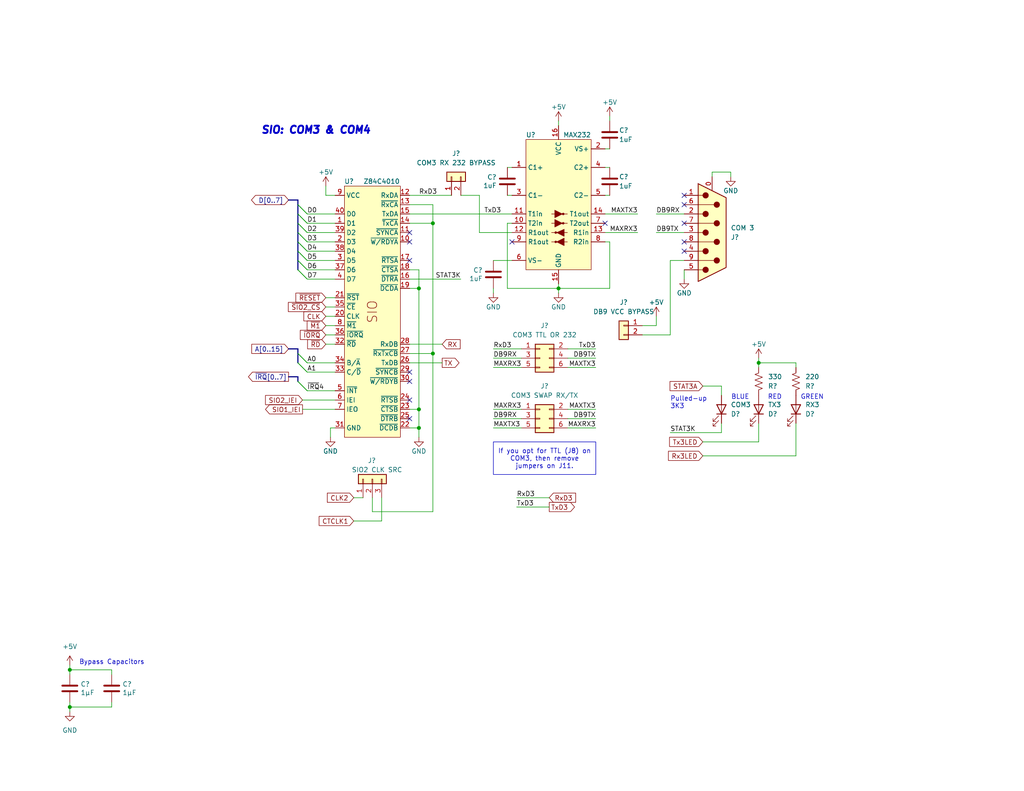
<source format=kicad_sch>
(kicad_sch (version 20230121) (generator eeschema)
  (paper "USLetter")
  (title_block (date "2023-08-27") (rev "2") (company "Frédéric Segard") (comment 1 "@microhobbyist") (comment 4 "Thank you to John Winans for his inspiration, as well as Grant Searle and Sergey Kiselev"))
  (lib_symbols
    (symbol "+5V_1" (power) (pin_names (offset 0))
      (property "Value" "+5V_1" (at 0 3.556 0))
      (symbol "+5V_1_0_1"
        (polyline (pts (xy -0.762 1.27) (xy 0 2.54)))
        (polyline (pts (xy 0 0) (xy 0 2.54)))
        (polyline (pts (xy 0 2.54) (xy 0.762 1.27)))
      )
      (symbol "+5V_1_1_1"
        (pin power_in line (at 0 0 90) (length 0) hide (name "+5V") (number "1"))
      )
    )
    (symbol "0_Library:MAX232"
      (property "Reference" "U" (at -7.62 0 0))
      (property "Value" "MAX232" (at 1.27 0 0))
      (symbol "MAX232_0_1"
        (rectangle (start -8.89 -1.27) (end 8.89 -36.83) (stroke (width 0.1524)) (fill (type background)))
        (circle (center -0.762 -29.21) (radius 0.254) (stroke (width 0.1524)) (fill (type outline)))
        (circle (center -0.762 -26.67) (radius 0.254) (stroke (width 0.1524)) (fill (type outline)))
        (polyline (pts (xy -1.016 -24.13) (xy -1.905 -24.13)) (stroke (width 0.1524)))
        (polyline (pts (xy -1.016 -21.59) (xy -1.905 -21.59)) (stroke (width 0.1524)))
        (polyline (pts (xy -0.508 -29.21) (xy -1.905 -29.21)) (stroke (width 0.1524)))
        (polyline (pts (xy -0.508 -26.67) (xy -1.905 -26.67)) (stroke (width 0.1524)))
        (polyline (pts (xy 1.016 -24.13) (xy 2.413 -24.13)) (stroke (width 0.1524)))
        (polyline (pts (xy 1.016 -21.59) (xy 2.413 -21.59)) (stroke (width 0.1524)))
        (polyline (pts (xy 1.524 -29.21) (xy 2.413 -29.21)) (stroke (width 0.1524)))
        (polyline (pts (xy 1.524 -26.67) (xy 2.413 -26.67)) (stroke (width 0.1524)))
        (polyline (pts (xy -1.016 -23.114) (xy 1.016 -24.13) (xy -1.016 -25.146) (xy -1.016 -23.114)) (stroke (width 0.1524)) (fill (type outline)))
        (polyline (pts (xy -1.016 -20.574) (xy -1.016 -22.606) (xy 1.016 -21.59) (xy -1.016 -20.574)) (stroke (width 0.1524)) (fill (type outline)))
        (polyline (pts (xy 1.524 -28.194) (xy 1.524 -30.226) (xy -0.508 -29.21) (xy 1.524 -28.194)) (stroke (width 0.1524)) (fill (type outline)))
        (polyline (pts (xy 1.524 -25.781) (xy 1.524 -27.686) (xy -0.508 -26.67) (xy 1.524 -25.781)) (stroke (width 0.1524)) (fill (type outline)))
        (circle (center 1.27 -24.13) (radius 0.254) (stroke (width 0.1524)) (fill (type outline)))
        (circle (center 1.27 -21.59) (radius 0.254) (stroke (width 0.1524)) (fill (type outline)))
      )
      (symbol "MAX232_1_1"
        (pin passive line (at -12.7 -8.89 0) (length 3.81) (name "C1+") (number "1"))
        (pin input line (at -12.7 -24.13 0) (length 3.81) (name "T2in") (number "10"))
        (pin input line (at -12.7 -21.59 0) (length 3.81) (name "T1in") (number "11"))
        (pin output line (at -12.7 -26.67 0) (length 3.81) (name "R1out") (number "12"))
        (pin input line (at 12.7 -26.67 180) (length 3.81) (name "R1in") (number "13"))
        (pin output line (at 12.7 -21.59 180) (length 3.81) (name "T1out") (number "14"))
        (pin power_in line (at 0 -40.64 90) (length 3.81) (name "GND") (number "15"))
        (pin power_in line (at 0 2.54 270) (length 3.81) (name "VCC") (number "16"))
        (pin power_out line (at 12.7 -3.81 180) (length 3.81) (name "VS+") (number "2"))
        (pin passive line (at -12.7 -16.51 0) (length 3.81) (name "C1-") (number "3"))
        (pin passive line (at 12.7 -8.89 180) (length 3.81) (name "C2+") (number "4"))
        (pin passive line (at 12.7 -16.51 180) (length 3.81) (name "C2-") (number "5"))
        (pin power_out line (at -12.7 -34.29 0) (length 3.81) (name "VS-") (number "6"))
        (pin output line (at 12.7 -24.13 180) (length 3.81) (name "T2out") (number "7"))
        (pin input line (at 12.7 -29.21 180) (length 3.81) (name "R2in") (number "8"))
        (pin output line (at -12.7 -29.21 0) (length 3.81) (name "R1out") (number "9"))
      )
    )
    (symbol "0_Library:Z84C40xx SIO"
      (property "Reference" "U" (at -7.62 1.27 0))
      (property "Value" "Z84C40xx SIO" (at 1.27 1.27 0))
      (symbol "Z84C40xx SIO_0_0"
        (text "SIO" (at 0 -34.29 900) (effects (font (size 2.54 2.54))))
      )
      (symbol "Z84C40xx SIO_0_1"
        (rectangle (start -7.62 0) (end 7.62 -68.58) (stroke (width 0.1524)) (fill (type background)))
      )
      (symbol "Z84C40xx SIO_1_1"
        (pin bidirectional line (at -10.16 -10.16 0) (length 2.54) (name "D1") (number "1"))
        (pin output line (at 10.16 -15.24 180) (length 2.54) (name "~{W/RDYA}") (number "10"))
        (pin bidirectional line (at 10.16 -12.7 180) (length 2.54) (name "~{SYNCA}") (number "11"))
        (pin input line (at 10.16 -2.54 180) (length 2.54) (name "RxDA") (number "12"))
        (pin input line (at 10.16 -5.08 180) (length 2.54) (name "~{RxCA}") (number "13"))
        (pin input line (at 10.16 -10.16 180) (length 2.54) (name "~{TxCA}") (number "14"))
        (pin output line (at 10.16 -7.62 180) (length 2.54) (name "TxDA") (number "15"))
        (pin output line (at 10.16 -25.4 180) (length 2.54) (name "~{DTRA}") (number "16"))
        (pin output line (at 10.16 -20.32 180) (length 2.54) (name "~{RTSA}") (number "17"))
        (pin input line (at 10.16 -22.86 180) (length 2.54) (name "~{CTSA}") (number "18"))
        (pin input line (at 10.16 -27.94 180) (length 2.54) (name "~{DCDA}") (number "19"))
        (pin bidirectional line (at -10.16 -15.24 0) (length 2.54) (name "D3") (number "2"))
        (pin input line (at -10.16 -35.56 0) (length 2.54) (name "CLK") (number "20"))
        (pin input line (at -10.16 -30.48 0) (length 2.54) (name "~{RST}") (number "21"))
        (pin input line (at 10.16 -66.04 180) (length 2.54) (name "~{DCDB}") (number "22"))
        (pin input line (at 10.16 -60.96 180) (length 2.54) (name "~{CTSB}") (number "23"))
        (pin output line (at 10.16 -58.42 180) (length 2.54) (name "~{RTSB}") (number "24"))
        (pin output line (at 10.16 -63.5 180) (length 2.54) (name "~{DTRB}") (number "25"))
        (pin output line (at 10.16 -48.26 180) (length 2.54) (name "TxDB") (number "26"))
        (pin input line (at 10.16 -45.72 180) (length 2.54) (name "~{RxTxCB}") (number "27"))
        (pin input line (at 10.16 -43.18 180) (length 2.54) (name "RxDB") (number "28"))
        (pin bidirectional line (at 10.16 -50.8 180) (length 2.54) (name "~{SYNCB}") (number "29"))
        (pin bidirectional line (at -10.16 -20.32 0) (length 2.54) (name "D5") (number "3"))
        (pin output line (at 10.16 -53.34 180) (length 2.54) (name "~{W/RDYB}") (number "30"))
        (pin power_in line (at -10.16 -66.04 0) (length 2.54) (name "GND") (number "31"))
        (pin input line (at -10.16 -43.18 0) (length 2.54) (name "~{RD}") (number "32"))
        (pin input line (at -10.16 -50.8 0) (length 2.54) (name "C/~{D}") (number "33"))
        (pin input line (at -10.16 -48.26 0) (length 2.54) (name "B/~{A}") (number "34"))
        (pin input line (at -10.16 -33.02 0) (length 2.54) (name "~{CE}") (number "35"))
        (pin input line (at -10.16 -40.64 0) (length 2.54) (name "~{IORQ}") (number "36"))
        (pin bidirectional line (at -10.16 -22.86 0) (length 2.54) (name "D6") (number "37"))
        (pin bidirectional line (at -10.16 -17.78 0) (length 2.54) (name "D4") (number "38"))
        (pin bidirectional line (at -10.16 -12.7 0) (length 2.54) (name "D2") (number "39"))
        (pin bidirectional line (at -10.16 -25.4 0) (length 2.54) (name "D7") (number "4"))
        (pin bidirectional line (at -10.16 -7.62 0) (length 2.54) (name "D0") (number "40"))
        (pin open_collector line (at -10.16 -55.88 0) (length 2.54) (name "~{INT}") (number "5"))
        (pin input line (at -10.16 -58.42 0) (length 2.54) (name "IEI") (number "6"))
        (pin output line (at -10.16 -60.96 0) (length 2.54) (name "IEO") (number "7"))
        (pin input line (at -10.16 -38.1 0) (length 2.54) (name "~{M1}") (number "8"))
        (pin power_in line (at -10.16 -2.54 0) (length 2.54) (name "VCC") (number "9"))
      )
    )
    (symbol "Connector:DE9_Plug_MountingHoles" (pin_names (offset 1.016) hide)
      (property "Reference" "J" (at 0 16.51 0))
      (property "Value" "DE9_Plug_MountingHoles" (at 0 14.605 0))
      (symbol "DE9_Plug_MountingHoles_0_1"
        (circle (center -1.778 -10.16) (radius 0.762) (fill (type outline)))
        (circle (center -1.778 -5.08) (radius 0.762) (fill (type outline)))
        (circle (center -1.778 0) (radius 0.762) (fill (type outline)))
        (circle (center -1.778 5.08) (radius 0.762) (fill (type outline)))
        (circle (center -1.778 10.16) (radius 0.762) (fill (type outline)))
        (polyline (pts (xy -3.81 -10.16) (xy -2.54 -10.16)))
        (polyline (pts (xy -3.81 -7.62) (xy 0.508 -7.62)))
        (polyline (pts (xy -3.81 -5.08) (xy -2.54 -5.08)))
        (polyline (pts (xy -3.81 -2.54) (xy 0.508 -2.54)))
        (polyline (pts (xy -3.81 0) (xy -2.54 0)))
        (polyline (pts (xy -3.81 2.54) (xy 0.508 2.54)))
        (polyline (pts (xy -3.81 5.08) (xy -2.54 5.08)))
        (polyline (pts (xy -3.81 7.62) (xy 0.508 7.62)))
        (polyline (pts (xy -3.81 10.16) (xy -2.54 10.16)))
        (polyline (pts (xy -3.81 -13.335) (xy -3.81 13.335) (xy 3.81 9.525) (xy 3.81 -9.525) (xy -3.81 -13.335)) (stroke (width 0.254)) (fill (type background)))
        (circle (center 1.27 -7.62) (radius 0.762) (fill (type outline)))
        (circle (center 1.27 -2.54) (radius 0.762) (fill (type outline)))
        (circle (center 1.27 2.54) (radius 0.762) (fill (type outline)))
        (circle (center 1.27 7.62) (radius 0.762) (fill (type outline)))
      )
      (symbol "DE9_Plug_MountingHoles_1_1"
        (pin passive line (at 0 -15.24 90) (length 3.81) (name "PAD") (number "0"))
        (pin passive line (at -7.62 -10.16 0) (length 3.81) (name "1") (number "1"))
        (pin passive line (at -7.62 -5.08 0) (length 3.81) (name "2") (number "2"))
        (pin passive line (at -7.62 0 0) (length 3.81) (name "3") (number "3"))
        (pin passive line (at -7.62 5.08 0) (length 3.81) (name "4") (number "4"))
        (pin passive line (at -7.62 10.16 0) (length 3.81) (name "5") (number "5"))
        (pin passive line (at -7.62 -7.62 0) (length 3.81) (name "6") (number "6"))
        (pin passive line (at -7.62 -2.54 0) (length 3.81) (name "7") (number "7"))
        (pin passive line (at -7.62 2.54 0) (length 3.81) (name "8") (number "8"))
        (pin passive line (at -7.62 7.62 0) (length 3.81) (name "9") (number "9"))
      )
    )
    (symbol "Connector_Generic:Conn_01x02" (pin_names (offset 1.016) hide)
      (property "Reference" "J" (at 0 2.54 0))
      (property "Value" "Conn_01x02" (at 0 -5.08 0))
      (symbol "Conn_01x02_1_1"
        (rectangle (start -1.27 -2.413) (end 0 -2.667) (stroke (width 0.1524)))
        (rectangle (start -1.27 0.127) (end 0 -0.127) (stroke (width 0.1524)))
        (rectangle (start -1.27 1.27) (end 1.27 -3.81) (stroke (width 0.254)) (fill (type background)))
        (pin passive line (at -5.08 0 0) (length 3.81) (name "Pin_1") (number "1"))
        (pin passive line (at -5.08 -2.54 0) (length 3.81) (name "Pin_2") (number "2"))
      )
    )
    (symbol "Connector_Generic:Conn_01x03" (pin_names (offset 1.016) hide)
      (property "Reference" "J" (at 0 5.08 0))
      (property "Value" "Conn_01x03" (at 0 -5.08 0))
      (symbol "Conn_01x03_1_1"
        (rectangle (start -1.27 -2.413) (end 0 -2.667) (stroke (width 0.1524)))
        (rectangle (start -1.27 0.127) (end 0 -0.127) (stroke (width 0.1524)))
        (rectangle (start -1.27 2.667) (end 0 2.413) (stroke (width 0.1524)))
        (rectangle (start -1.27 3.81) (end 1.27 -3.81) (stroke (width 0.254)) (fill (type background)))
        (pin passive line (at -5.08 2.54 0) (length 3.81) (name "Pin_1") (number "1"))
        (pin passive line (at -5.08 0 0) (length 3.81) (name "Pin_2") (number "2"))
        (pin passive line (at -5.08 -2.54 0) (length 3.81) (name "Pin_3") (number "3"))
      )
    )
    (symbol "Connector_Generic:Conn_02x03_Odd_Even" (pin_names (offset 1.016) hide)
      (property "Reference" "J" (at 1.27 5.08 0))
      (property "Value" "Conn_02x03_Odd_Even" (at 1.27 -5.08 0))
      (symbol "Conn_02x03_Odd_Even_1_1"
        (rectangle (start -1.27 -2.413) (end 0 -2.667) (stroke (width 0.1524)))
        (rectangle (start -1.27 0.127) (end 0 -0.127) (stroke (width 0.1524)))
        (rectangle (start -1.27 2.667) (end 0 2.413) (stroke (width 0.1524)))
        (rectangle (start -1.27 3.81) (end 3.81 -3.81) (stroke (width 0.254)) (fill (type background)))
        (rectangle (start 3.81 -2.413) (end 2.54 -2.667) (stroke (width 0.1524)))
        (rectangle (start 3.81 0.127) (end 2.54 -0.127) (stroke (width 0.1524)))
        (rectangle (start 3.81 2.667) (end 2.54 2.413) (stroke (width 0.1524)))
        (pin passive line (at -5.08 2.54 0) (length 3.81) (name "Pin_1") (number "1"))
        (pin passive line (at 7.62 2.54 180) (length 3.81) (name "Pin_2") (number "2"))
        (pin passive line (at -5.08 0 0) (length 3.81) (name "Pin_3") (number "3"))
        (pin passive line (at 7.62 0 180) (length 3.81) (name "Pin_4") (number "4"))
        (pin passive line (at -5.08 -2.54 0) (length 3.81) (name "Pin_5") (number "5"))
        (pin passive line (at 7.62 -2.54 180) (length 3.81) (name "Pin_6") (number "6"))
      )
    )
    (symbol "Device:C" (pin_numbers hide) (pin_names (offset 0.254))
      (property "Reference" "C" (at 0.635 2.54 0))
      (property "Value" "C" (at 0.635 -2.54 0))
      (symbol "C_0_1"
        (polyline (pts (xy -2.032 -0.762) (xy 2.032 -0.762)) (stroke (width 0.508)))
        (polyline (pts (xy -2.032 0.762) (xy 2.032 0.762)) (stroke (width 0.508)))
      )
      (symbol "C_1_1"
        (pin passive line (at 0 3.81 270) (length 2.794) (name "~") (number "1"))
        (pin passive line (at 0 -3.81 90) (length 2.794) (name "~") (number "2"))
      )
    )
    (symbol "Device:LED" (pin_numbers hide) (pin_names (offset 1.016) hide)
      (property "Reference" "D" (at 0 2.54 0))
      (property "Value" "LED" (at 0 -2.54 0))
      (symbol "LED_0_1"
        (polyline (pts (xy -1.27 -1.27) (xy -1.27 1.27)) (stroke (width 0.254)))
        (polyline (pts (xy -1.27 0) (xy 1.27 0)))
        (polyline (pts (xy 1.27 -1.27) (xy 1.27 1.27) (xy -1.27 0) (xy 1.27 -1.27)) (stroke (width 0.254)))
        (polyline (pts (xy -3.048 -0.762) (xy -4.572 -2.286) (xy -3.81 -2.286) (xy -4.572 -2.286) (xy -4.572 -1.524)))
        (polyline (pts (xy -1.778 -0.762) (xy -3.302 -2.286) (xy -2.54 -2.286) (xy -3.302 -2.286) (xy -3.302 -1.524)))
      )
      (symbol "LED_1_1"
        (pin passive line (at -3.81 0 0) (length 2.54) (name "K") (number "1"))
        (pin passive line (at 3.81 0 180) (length 2.54) (name "A") (number "2"))
      )
    )
    (symbol "Device:R_US" (pin_numbers hide) (pin_names (offset 0))
      (property "Reference" "R" (at 2.54 0 90))
      (property "Value" "R_US" (at -2.54 0 90))
      (symbol "R_US_0_1"
        (polyline (pts (xy 0 -2.286) (xy 0 -2.54)))
        (polyline (pts (xy 0 2.286) (xy 0 2.54)))
        (polyline (pts (xy 0 -0.762) (xy 1.016 -1.143) (xy 0 -1.524) (xy -1.016 -1.905) (xy 0 -2.286)))
        (polyline (pts (xy 0 0.762) (xy 1.016 0.381) (xy 0 0) (xy -1.016 -0.381) (xy 0 -0.762)))
        (polyline (pts (xy 0 2.286) (xy 1.016 1.905) (xy 0 1.524) (xy -1.016 1.143) (xy 0 0.762)))
      )
      (symbol "R_US_1_1"
        (pin passive line (at 0 3.81 270) (length 1.27) (name "~") (number "1"))
        (pin passive line (at 0 -3.81 90) (length 1.27) (name "~") (number "2"))
      )
    )
    (symbol "GND_1" (power) (pin_names (offset 0))
      (property "Value" "GND_1" (at 0 -3.81 0))
      (symbol "GND_1_0_1"
        (polyline (pts (xy 0 0) (xy 0 -1.27) (xy 1.27 -1.27) (xy 0 -2.54) (xy -1.27 -1.27) (xy 0 -1.27)))
      )
      (symbol "GND_1_1_1"
        (pin power_in line (at 0 0 270) (length 0) hide (name "GND") (number "1"))
      )
    )
  )
  (junction (at 118.11 60.96))
  (junction (at 114.3 116.84))
  (junction (at 207.01 99.06))
  (junction (at 19.05 193.04))
  (junction (at 19.05 182.88))
  (junction (at 118.11 96.52))
  (junction (at 152.4 78.74))
  (junction (at 114.3 78.74))
  (junction (at 114.3 111.76))
  (no_connect (at 186.69 53.34))
  (no_connect (at 111.76 109.22))
  (no_connect (at 111.76 114.3))
  (no_connect (at 186.69 68.58))
  (no_connect (at 111.76 63.5))
  (no_connect (at 186.69 55.88))
  (no_connect (at 111.76 71.12))
  (no_connect (at 186.69 60.96))
  (no_connect (at 139.7 66.04))
  (no_connect (at 111.76 101.6))
  (no_connect (at 111.76 104.14))
  (no_connect (at 186.69 66.04))
  (no_connect (at 165.1 60.96))
  (no_connect (at 111.76 66.04))
  (bus_entry (at 81.28 55.88) (size 2.54 2.54))
  (bus_entry (at 81.28 99.06) (size 2.54 2.54))
  (bus_entry (at 81.28 68.58) (size 2.54 2.54))
  (bus_entry (at 81.28 73.66) (size 2.54 2.54))
  (bus_entry (at 81.28 55.88) (size 2.54 2.54))
  (bus_entry (at 81.28 66.04) (size 2.54 2.54))
  (bus_entry (at 81.28 71.12) (size 2.54 2.54))
  (bus_entry (at 81.28 58.42) (size 2.54 2.54))
  (bus_entry (at 81.28 96.52) (size 2.54 2.54))
  (bus_entry (at 81.28 99.06) (size 2.54 2.54))
  (bus_entry (at 81.28 66.04) (size 2.54 2.54))
  (bus_entry (at 81.28 68.58) (size 2.54 2.54))
  (bus_entry (at 81.28 104.14) (size 2.54 2.54))
  (bus_entry (at 81.28 96.52) (size 2.54 2.54))
  (bus_entry (at 81.28 63.5) (size 2.54 2.54))
  (bus_entry (at 81.28 58.42) (size 2.54 2.54))
  (bus_entry (at 81.28 63.5) (size 2.54 2.54))
  (bus_entry (at 81.28 73.66) (size 2.54 2.54))
  (bus_entry (at 81.28 60.96) (size 2.54 2.54))
  (bus_entry (at 81.28 60.96) (size 2.54 2.54))
  (bus_entry (at 81.28 71.12) (size 2.54 2.54))
  (bus_entry (at 81.28 104.14) (size 2.54 2.54))
  (wire (pts (xy 140.97 138.43) (xy 149.86 138.43)))
  (wire (pts (xy 83.82 68.58) (xy 91.44 68.58)))
  (bus (pts (xy 81.28 71.12) (xy 81.28 68.58)))
  (wire (pts (xy 191.77 124.46) (xy 217.17 124.46)))
  (wire (pts (xy 111.76 99.06) (xy 120.65 99.06)))
  (wire (pts (xy 152.4 78.74) (xy 152.4 77.47)))
  (wire (pts (xy 83.82 106.68) (xy 91.44 106.68)))
  (wire (pts (xy 88.9 93.98) (xy 91.44 93.98)))
  (wire (pts (xy 134.62 100.33) (xy 142.24 100.33)))
  (bus (pts (xy 78.74 95.25) (xy 81.28 95.25)))
  (wire (pts (xy 111.76 78.74) (xy 114.3 78.74)))
  (wire (pts (xy 82.55 111.76) (xy 91.44 111.76)))
  (bus (pts (xy 81.28 96.52) (xy 81.28 95.25)))
  (wire (pts (xy 154.94 111.76) (xy 162.56 111.76)))
  (wire (pts (xy 90.17 116.84) (xy 90.17 119.38)))
  (bus (pts (xy 81.28 104.14) (xy 81.28 102.87)))
  (bus (pts (xy 81.28 55.88) (xy 81.28 54.61)))
  (wire (pts (xy 134.62 71.12) (xy 139.7 71.12)))
  (wire (pts (xy 125.73 53.34) (xy 130.81 53.34)))
  (wire (pts (xy 111.76 53.34) (xy 123.19 53.34)))
  (wire (pts (xy 118.11 139.7) (xy 118.11 96.52)))
  (wire (pts (xy 19.05 182.88) (xy 19.05 184.15)))
  (wire (pts (xy 88.9 50.8) (xy 88.9 53.34)))
  (wire (pts (xy 165.1 40.64) (xy 166.37 40.64)))
  (wire (pts (xy 30.48 191.77) (xy 30.48 193.04)))
  (wire (pts (xy 138.43 53.34) (xy 139.7 53.34)))
  (wire (pts (xy 138.43 45.72) (xy 139.7 45.72)))
  (wire (pts (xy 111.76 55.88) (xy 118.11 55.88)))
  (wire (pts (xy 139.7 60.96) (xy 138.43 60.96)))
  (wire (pts (xy 165.1 58.42) (xy 173.99 58.42)))
  (wire (pts (xy 104.14 142.24) (xy 104.14 135.89)))
  (wire (pts (xy 134.62 97.79) (xy 142.24 97.79)))
  (wire (pts (xy 182.88 71.12) (xy 186.69 71.12)))
  (bus (pts (xy 81.28 66.04) (xy 81.28 63.5)))
  (wire (pts (xy 88.9 83.82) (xy 91.44 83.82)))
  (wire (pts (xy 166.37 31.75) (xy 166.37 33.02)))
  (wire (pts (xy 88.9 91.44) (xy 91.44 91.44)))
  (wire (pts (xy 111.76 58.42) (xy 139.7 58.42)))
  (wire (pts (xy 83.82 76.2) (xy 91.44 76.2)))
  (wire (pts (xy 165.1 53.34) (xy 166.37 53.34)))
  (wire (pts (xy 134.62 78.74) (xy 134.62 80.01)))
  (wire (pts (xy 118.11 96.52) (xy 118.11 60.96)))
  (wire (pts (xy 166.37 78.74) (xy 152.4 78.74)))
  (wire (pts (xy 91.44 53.34) (xy 88.9 53.34)))
  (wire (pts (xy 114.3 111.76) (xy 114.3 116.84)))
  (bus (pts (xy 81.28 68.58) (xy 81.28 66.04)))
  (wire (pts (xy 88.9 81.28) (xy 91.44 81.28)))
  (wire (pts (xy 83.82 60.96) (xy 91.44 60.96)))
  (wire (pts (xy 165.1 63.5) (xy 173.99 63.5)))
  (wire (pts (xy 179.07 88.9) (xy 175.26 88.9)))
  (wire (pts (xy 134.62 111.76) (xy 142.24 111.76)))
  (bus (pts (xy 78.74 102.87) (xy 81.28 102.87)))
  (wire (pts (xy 83.82 71.12) (xy 91.44 71.12)))
  (wire (pts (xy 138.43 60.96) (xy 138.43 78.74)))
  (wire (pts (xy 83.82 73.66) (xy 91.44 73.66)))
  (wire (pts (xy 179.07 58.42) (xy 186.69 58.42)))
  (bus (pts (xy 81.28 60.96) (xy 81.28 58.42)))
  (wire (pts (xy 111.76 73.66) (xy 114.3 73.66)))
  (wire (pts (xy 96.52 135.89) (xy 99.06 135.89)))
  (wire (pts (xy 152.4 33.02) (xy 152.4 34.29)))
  (wire (pts (xy 152.4 80.01) (xy 152.4 78.74)))
  (bus (pts (xy 81.28 58.42) (xy 81.28 55.88)))
  (wire (pts (xy 111.76 96.52) (xy 118.11 96.52)))
  (wire (pts (xy 30.48 182.88) (xy 19.05 182.88)))
  (wire (pts (xy 114.3 73.66) (xy 114.3 78.74)))
  (wire (pts (xy 96.52 142.24) (xy 104.14 142.24)))
  (wire (pts (xy 111.76 111.76) (xy 114.3 111.76)))
  (wire (pts (xy 217.17 100.33) (xy 217.17 99.06)))
  (wire (pts (xy 154.94 95.25) (xy 162.56 95.25)))
  (wire (pts (xy 114.3 78.74) (xy 114.3 111.76)))
  (wire (pts (xy 186.69 73.66) (xy 186.69 76.2)))
  (wire (pts (xy 30.48 184.15) (xy 30.48 182.88)))
  (wire (pts (xy 207.01 97.79) (xy 207.01 99.06)))
  (bus (pts (xy 81.28 73.66) (xy 81.28 71.12)))
  (wire (pts (xy 82.55 109.22) (xy 91.44 109.22)))
  (wire (pts (xy 130.81 63.5) (xy 139.7 63.5)))
  (wire (pts (xy 179.07 86.36) (xy 179.07 88.9)))
  (bus (pts (xy 81.28 99.06) (xy 81.28 96.52)))
  (wire (pts (xy 19.05 193.04) (xy 30.48 193.04)))
  (wire (pts (xy 114.3 116.84) (xy 114.3 119.38)))
  (wire (pts (xy 88.9 88.9) (xy 91.44 88.9)))
  (wire (pts (xy 140.97 135.89) (xy 149.86 135.89)))
  (wire (pts (xy 134.62 95.25) (xy 142.24 95.25)))
  (wire (pts (xy 19.05 191.77) (xy 19.05 193.04)))
  (wire (pts (xy 182.88 118.11) (xy 196.85 118.11)))
  (wire (pts (xy 207.01 120.65) (xy 207.01 115.57)))
  (wire (pts (xy 83.82 58.42) (xy 91.44 58.42)))
  (wire (pts (xy 199.39 46.99) (xy 194.31 46.99)))
  (wire (pts (xy 194.31 46.99) (xy 194.31 48.26)))
  (wire (pts (xy 162.56 116.84) (xy 154.94 116.84)))
  (wire (pts (xy 217.17 99.06) (xy 207.01 99.06)))
  (wire (pts (xy 111.76 76.2) (xy 125.73 76.2)))
  (wire (pts (xy 175.26 91.44) (xy 182.88 91.44)))
  (wire (pts (xy 83.82 101.6) (xy 91.44 101.6)))
  (wire (pts (xy 142.24 116.84) (xy 134.62 116.84)))
  (wire (pts (xy 165.1 66.04) (xy 166.37 66.04)))
  (wire (pts (xy 91.44 116.84) (xy 90.17 116.84)))
  (wire (pts (xy 134.62 114.3) (xy 142.24 114.3)))
  (wire (pts (xy 118.11 55.88) (xy 118.11 60.96)))
  (wire (pts (xy 111.76 116.84) (xy 114.3 116.84)))
  (wire (pts (xy 111.76 93.98) (xy 120.65 93.98)))
  (wire (pts (xy 111.76 60.96) (xy 118.11 60.96)))
  (wire (pts (xy 165.1 45.72) (xy 166.37 45.72)))
  (wire (pts (xy 101.6 139.7) (xy 101.6 135.89)))
  (wire (pts (xy 154.94 100.33) (xy 162.56 100.33)))
  (wire (pts (xy 83.82 66.04) (xy 91.44 66.04)))
  (wire (pts (xy 19.05 181.61) (xy 19.05 182.88)))
  (wire (pts (xy 154.94 114.3) (xy 162.56 114.3)))
  (wire (pts (xy 217.17 124.46) (xy 217.17 115.57)))
  (wire (pts (xy 154.94 97.79) (xy 162.56 97.79)))
  (wire (pts (xy 207.01 100.33) (xy 207.01 99.06)))
  (wire (pts (xy 88.9 86.36) (xy 91.44 86.36)))
  (wire (pts (xy 83.82 99.06) (xy 91.44 99.06)))
  (wire (pts (xy 138.43 78.74) (xy 152.4 78.74)))
  (wire (pts (xy 179.07 63.5) (xy 186.69 63.5)))
  (wire (pts (xy 196.85 115.57) (xy 196.85 118.11)))
  (wire (pts (xy 83.82 63.5) (xy 91.44 63.5)))
  (bus (pts (xy 81.28 63.5) (xy 81.28 60.96)))
  (wire (pts (xy 130.81 63.5) (xy 130.81 53.34)))
  (wire (pts (xy 101.6 139.7) (xy 118.11 139.7)))
  (bus (pts (xy 78.74 54.61) (xy 81.28 54.61)))
  (wire (pts (xy 199.39 48.26) (xy 199.39 46.99)))
  (wire (pts (xy 191.77 105.41) (xy 196.85 105.41)))
  (wire (pts (xy 196.85 105.41) (xy 196.85 107.95)))
  (wire (pts (xy 166.37 66.04) (xy 166.37 78.74)))
  (wire (pts (xy 182.88 91.44) (xy 182.88 71.12)))
  (wire (pts (xy 191.77 120.65) (xy 207.01 120.65)))
  (wire (pts (xy 19.05 193.04) (xy 19.05 194.31)))
  (text_box "If you opt for TTL (J8) on COM3, then remove jumpers on J11." (at 134.62 120.65 0) (size 27.94 8.89) (effects (font (size 1.27 1.27))))
  (text "RED" (at 213.36 109.22 0) (effects (font (size 1.27 1.27)) (justify right bottom)))
  (text "BLUE" (at 204.47 109.22 0) (effects (font (size 1.27 1.27)) (justify right bottom)))
  (text "GREEN" (at 224.79 109.22 0) (effects (font (size 1.27 1.27)) (justify right bottom)))
  (text "SIO: COM3 & COM4" (at 71.12 36.83 0) (effects (font (size 2 2) (thickness 0.508) bold italic) (justify left bottom)))
  (text "Pulled-up\n3K3" (at 182.88 111.76 0) (effects (font (size 1.27 1.27)) (justify left bottom)))
  (text "Bypass Capacitors" (at 21.59 181.61 0) (effects (font (size 1.27 1.27)) (justify left bottom)))
  (label "STAT3K" (at 125.73 76.2 180))
  (label "D6" (at 83.82 73.66 0))
  (label "TxD3" (at 140.97 138.43 0))
  (label "DB9RX" (at 134.62 97.79 0))
  (label "D2" (at 83.82 63.5 0))
  (label "MAXTX3" (at 134.62 116.84 0))
  (label "D7" (at 83.82 76.2 0))
  (label "DB9RX" (at 134.62 114.3 0))
  (label "RxD3" (at 114.3 53.34 0))
  (label "MAXRX3" (at 134.62 111.76 0))
  (label "TxD3" (at 132.08 58.42 0))
  (label "D3" (at 83.82 66.04 0))
  (label "STAT3K" (at 182.88 118.11 0))
  (label "RxD3" (at 134.62 95.25 0))
  (label "DB9TX" (at 162.56 114.3 180))
  (label "MAXTX3" (at 173.99 58.42 180))
  (label "MAXRX3" (at 134.62 100.33 0))
  (label "A0" (at 83.82 99.06 0))
  (label "~{IRQ}4" (at 83.82 106.68 0))
  (label "D1" (at 83.82 60.96 0))
  (label "D0" (at 83.82 58.42 0))
  (label "DB9TX" (at 162.56 97.79 180))
  (label "MAXRX3" (at 173.99 63.5 180))
  (label "MAXRX3" (at 162.56 116.84 180))
  (label "RxD3" (at 140.97 135.89 0))
  (label "D4" (at 83.82 68.58 0))
  (label "A1" (at 83.82 101.6 0))
  (label "MAXTX3" (at 162.56 111.76 180))
  (label "DB9TX" (at 179.07 63.5 0))
  (label "D5" (at 83.82 71.12 0))
  (label "MAXTX3" (at 162.56 100.33 180))
  (label "TxD3" (at 162.56 95.25 180))
  (label "DB9RX" (at 179.07 58.42 0))
  (global_label "~{IORQ}" (shape input) (at 88.9 91.44 180) (property "Intersheetrefs" "${INTERSHEET_REFS}" (effects hide)))
  (global_label "Tx3LED" (shape input) (at 191.77 120.65 180) (property "Intersheetrefs" "${INTERSHEET_REFS}" (effects hide)))
  (global_label "D[0..7]" (shape bidirectional) (at 78.74 54.61 180) (property "Intersheetrefs" "${INTERSHEET_REFS}" (effects hide)))
  (global_label "~{M1}" (shape input) (at 88.9 88.9 180) (property "Intersheetrefs" "${INTERSHEET_REFS}" (effects hide)))
  (global_label "CLK" (shape input) (at 88.9 86.36 180) (property "Intersheetrefs" "${INTERSHEET_REFS}" (effects hide)))
  (global_label "~{RD}" (shape input) (at 88.9 93.98 180) (property "Intersheetrefs" "${INTERSHEET_REFS}" (effects hide)))
  (global_label "TX" (shape output) (at 120.65 99.06 0) (property "Intersheetrefs" "${INTERSHEET_REFS}" (effects hide)))
  (global_label "A[0..15]" (shape input) (at 78.74 95.25 180) (property "Intersheetrefs" "${INTERSHEET_REFS}" (effects hide)))
  (global_label "SIO1_IEI" (shape output) (at 82.55 111.76 180) (property "Intersheetrefs" "${INTERSHEET_REFS}" (effects hide)))
  (global_label "RxD3" (shape input) (at 149.86 135.89 0) (property "Intersheetrefs" "${INTERSHEET_REFS}" (effects hide)))
  (global_label "SIO2_IEI" (shape input) (at 82.55 109.22 180) (property "Intersheetrefs" "${INTERSHEET_REFS}" (effects hide)))
  (global_label "CTCLK1" (shape input) (at 96.52 142.24 180) (property "Intersheetrefs" "${INTERSHEET_REFS}" (effects hide)))
  (global_label "~{IRQ}[0..7]" (shape output) (at 78.74 102.87 180) (property "Intersheetrefs" "${INTERSHEET_REFS}" (effects hide)))
  (global_label "RX" (shape input) (at 120.65 93.98 0) (property "Intersheetrefs" "${INTERSHEET_REFS}" (effects hide)))
  (global_label "CLK2" (shape input) (at 96.52 135.89 180) (property "Intersheetrefs" "${INTERSHEET_REFS}" (effects hide)))
  (global_label "STAT3A" (shape input) (at 191.77 105.41 180) (property "Intersheetrefs" "${INTERSHEET_REFS}" (effects hide)))
  (global_label "~{SIO2_CS}" (shape input) (at 88.9 83.82 180) (property "Intersheetrefs" "${INTERSHEET_REFS}" (effects hide)))
  (global_label "~{RESET}" (shape input) (at 88.9 81.28 180) (property "Intersheetrefs" "${INTERSHEET_REFS}" (effects hide)))
  (global_label "TxD3" (shape output) (at 149.86 138.43 0) (property "Intersheetrefs" "${INTERSHEET_REFS}" (effects hide)))
  (global_label "Rx3LED" (shape input) (at 191.77 124.46 180) (property "Intersheetrefs" "${INTERSHEET_REFS}" (effects hide)))
  (symbol (lib_id "Device:C") (at 134.62 74.93 0) (mirror y) (unit 1)
    (property "Reference" "C?" (at 131.699 73.7616 0) (effects (justify left)))
    (property "Value" "1uF" (at 131.699 76.073 0) (effects (justify left)))
    (property "Footprint" "Capacitor_THT:C_Disc_D3.4mm_W2.1mm_P2.50mm" (effects hide))
    (instances (project "2 - CPU and memory card with the essentials (rev 2)" (path "" (reference "C?") (unit 1))) (project "2 - CPU and memory card with the essential peripherals" (path "" (reference "C?") (unit 1))) (project "3 - Quad Serial card v3" (path "" (reference "C?") (unit 1))) (project "2 - CPU and core components (Rev 2)" (path "" (reference "C21") (unit 1))))
  )
  (symbol (lib_id "Device:C") (at 19.05 187.96 0) (unit 1)
    (property "Reference" "C?" (at 21.971 186.7916 0) (effects (justify left)))
    (property "Value" "1µF" (at 21.971 189.103 0) (effects (justify left)))
    (property "Footprint" "Capacitor_THT:C_Disc_D3.4mm_W2.1mm_P2.50mm" (effects hide))
    (instances (project "2 - CPU and memory card with the essentials (rev 2)" (path "" (reference "C?") (unit 1))) (project "2 - CPU and memory card with the essential peripherals" (path "" (reference "C?") (unit 1))) (project "3 - Quad Serial card v3" (path "" (reference "C?") (unit 1)) (path "" (reference "C?") (unit 1))) (project "2 - CPU and core components (Rev 2)" (path "" (reference "C19") (unit 1))))
  )
  (symbol (lib_name "GND_1") (lib_id "power:GND") (at 199.39 48.26 0) (mirror y) (unit 1)
    (property "Reference" "#PWR?" (effects hide))
    (property "Value" "GND" (at 199.39 52.07 0))
    (instances (project "2 - CPU and memory card with the essentials (rev 2)" (path "" (reference "#PWR?") (unit 1))) (project "2 - CPU and memory card with the essential peripherals" (path "" (reference "#PWR?") (unit 1))) (project "3 - Quad Serial card v3" (path "" (reference "#PWR?") (unit 1)) (path "" (reference "#PWR?") (unit 1))) (project "2 - CPU and core components (Rev 2)" (path "" (reference "#PWR084") (unit 1))))
  )
  (symbol (lib_id "Device:C") (at 166.37 49.53 0) (unit 1)
    (property "Reference" "C?" (at 168.91 48.26 0) (effects (justify left)))
    (property "Value" "1uF" (at 168.91 50.8 0) (effects (justify left)))
    (property "Footprint" "Capacitor_THT:C_Disc_D3.4mm_W2.1mm_P2.50mm" (effects hide))
    (instances (project "2 - CPU and memory card with the essentials (rev 2)" (path "" (reference "C?") (unit 1))) (project "2 - CPU and memory card with the essential peripherals" (path "" (reference "C?") (unit 1))) (project "3 - Quad Serial card v3" (path "" (reference "C?") (unit 1))) (project "2 - CPU and core components (Rev 2)" (path "" (reference "C24") (unit 1))))
  )
  (symbol (lib_id "Connector_Generic:Conn_01x02") (at 123.19 48.26 90) (unit 1)
    (property "Reference" "J?" (at 124.46 41.91 90))
    (property "Value" "COM3 RX 232 BYPASS" (at 124.46 44.45 90))
    (property "Footprint" "Connector_PinHeader_2.54mm:PinHeader_1x02_P2.54mm_Vertical" (effects hide))
    (instances (project "2 - CPU and memory card with the essentials (rev 2)" (path "" (reference "J?") (unit 1))) (project "2 - CPU and core components (Rev 2)" (path "" (reference "J7") (unit 1))))
  )
  (symbol (lib_id "Device:R_US") (at 207.01 104.14 0) (mirror x) (unit 1)
    (property "Reference" "R?" (at 209.55 105.41 0) (effects (justify left)))
    (property "Value" "330" (at 209.55 102.87 0) (effects (justify left)))
    (property "Footprint" "Resistor_THT:R_Axial_DIN0207_L6.3mm_D2.5mm_P10.16mm_Horizontal" (effects hide))
    (instances (project "1 - Main CPU board with basic peripherals (rev5)" (path "" (reference "R?") (unit 1))) (project "1 - Main CPU card with CTC, SIO and PIO" (path "" (reference "R?") (unit 1)) (path "" (reference "R?") (unit 1))) (project "0 - Card edge backplane v2" (path "" (reference "R?") (unit 1))) (project "2 - CPU and core components (Rev 2)" (path "" (reference "R4") (unit 1)) (path "" (reference "R8") (unit 1))))
  )
  (symbol (lib_id "0_Library:Z84C40xx SIO") (at 101.6 50.8 0) (unit 1)
    (property "Reference" "U?" (at 95.25 49.53 0))
    (property "Value" "Z84C4010" (at 104.14 49.53 0))
    (property "Footprint" "Package_DIP:DIP-40_W15.24mm_Socket" (effects hide))
    (property "Datasheet" "https://www.mouser.ca/datasheet/2/240/zilgs00978_1-2584731.pdf" (effects hide))
    (instances (project "1 - Main CPU board with basic peripherals (rev5)" (path "" (reference "U?") (unit 1))) (project "2 - CPU and memory card with the essential peripherals" (path "" (reference "U?") (unit 1))) (project "3 - Quad Serial card v3" (path "" (reference "U?") (unit 1))) (project "2 - CPU and core components (Rev 2)" (path "" (reference "U?") (unit 1)) (path "" (reference "U15") (unit 1))))
  )
  (symbol (lib_id "0_Library:MAX232") (at 152.4 36.83 0) (unit 1)
    (property "Reference" "U?" (at 143.51 36.83 0) (effects (justify left)))
    (property "Value" "MAX232" (at 153.67 36.83 0) (effects (justify left)))
    (property "Footprint" "Package_DIP:DIP-16_W7.62mm_Socket" (effects hide))
    (property "Datasheet" "http://www.ti.com/lit/ds/symlink/max232.pdf" (effects hide))
    (instances (project "2 - CPU and memory card with the essentials (rev 2)" (path "" (reference "U?") (unit 1))) (project "2 - CPU and memory card with the essential peripherals" (path "" (reference "U?") (unit 1))) (project "3 - Quad Serial card v3" (path "" (reference "U?") (unit 1))) (project "2 - CPU and core components (Rev 2)" (path "" (reference "U16") (unit 1))))
  )
  (symbol (lib_name "GND_1") (lib_id "power:GND") (at 134.62 80.01 0) (unit 1)
    (property "Reference" "#PWR?" (effects hide))
    (property "Value" "GND" (at 134.62 83.82 0))
    (instances (project "2 - CPU and memory card with the essentials (rev 2)" (path "" (reference "#PWR?") (unit 1))) (project "2 - CPU and memory card with the essential peripherals" (path "" (reference "#PWR?") (unit 1))) (project "3 - Quad Serial card v3" (path "" (reference "#PWR?") (unit 1)) (path "" (reference "#PWR?") (unit 1))) (project "2 - CPU and core components (Rev 2)" (path "" (reference "#PWR078") (unit 1))))
  )
  (symbol (lib_id "Device:LED") (at 207.01 111.76 270) (mirror x) (unit 1)
    (property "Reference" "D?" (at 209.55 113.03 90) (effects (justify left)))
    (property "Value" "TX3" (at 209.55 110.49 90) (effects (justify left)))
    (property "Footprint" "LED_THT:LED_D3.0mm_Horizontal_O1.27mm_Z2.0mm_Clear" (effects hide))
    (instances (project "1 - Main CPU board with basic peripherals (rev5)" (path "" (reference "D?") (unit 1))) (project "1 - Main CPU card with CTC, SIO and PIO" (path "" (reference "D?") (unit 1)) (path "" (reference "D?") (unit 1))) (project "0 - Card edge backplane v2" (path "" (reference "D?") (unit 1))) (project "2 - CPU and core components (Rev 2)" (path "" (reference "D4") (unit 1)) (path "" (reference "D8") (unit 1))))
  )
  (symbol (lib_name "GND_1") (lib_id "power:GND") (at 114.3 119.38 0) (unit 1)
    (property "Reference" "#PWR?" (effects hide))
    (property "Value" "GND" (at 114.3 123.19 0))
    (instances (project "1 - Main CPU board with basic peripherals (rev5)" (path "" (reference "#PWR?") (unit 1))) (project "2 - CPU and memory card with the essential peripherals" (path "" (reference "#PWR?") (unit 1))) (project "3 - Quad Serial card v3" (path "" (reference "#PWR?") (unit 1)) (path "" (reference "#PWR?") (unit 1))) (project "2 - CPU and core components (Rev 2)" (path "" (reference "#PWR?") (unit 1)) (path "" (reference "#PWR077") (unit 1))))
  )
  (symbol (lib_id "Device:R_US") (at 217.17 104.14 0) (mirror x) (unit 1)
    (property "Reference" "R?" (at 219.71 105.41 0) (effects (justify left)))
    (property "Value" "220" (at 219.71 102.87 0) (effects (justify left)))
    (property "Footprint" "Resistor_THT:R_Axial_DIN0207_L6.3mm_D2.5mm_P10.16mm_Horizontal" (effects hide))
    (instances (project "1 - Main CPU board with basic peripherals (rev5)" (path "" (reference "R?") (unit 1))) (project "1 - Main CPU card with CTC, SIO and PIO" (path "" (reference "R?") (unit 1)) (path "" (reference "R?") (unit 1))) (project "0 - Card edge backplane v2" (path "" (reference "R?") (unit 1))) (project "2 - CPU and core components (Rev 2)" (path "" (reference "R6") (unit 1)) (path "" (reference "R9") (unit 1))))
  )
  (symbol (lib_id "Device:C") (at 138.43 49.53 0) (mirror y) (unit 1)
    (property "Reference" "C?" (at 135.509 48.3616 0) (effects (justify left)))
    (property "Value" "1uF" (at 135.509 50.673 0) (effects (justify left)))
    (property "Footprint" "Capacitor_THT:C_Disc_D3.4mm_W2.1mm_P2.50mm" (effects hide))
    (instances (project "2 - CPU and memory card with the essentials (rev 2)" (path "" (reference "C?") (unit 1))) (project "2 - CPU and memory card with the essential peripherals" (path "" (reference "C?") (unit 1))) (project "3 - Quad Serial card v3" (path "" (reference "C?") (unit 1))) (project "2 - CPU and core components (Rev 2)" (path "" (reference "C22") (unit 1))))
  )
  (symbol (lib_id "Device:LED") (at 196.85 111.76 270) (mirror x) (unit 1)
    (property "Reference" "D?" (at 199.39 113.03 90) (effects (justify left)))
    (property "Value" "COM3" (at 199.39 110.49 90) (effects (justify left)))
    (property "Footprint" "LED_THT:LED_D3.0mm_Horizontal_O1.27mm_Z2.0mm_Clear" (effects hide))
    (instances (project "1 - Main CPU board with basic peripherals (rev5)" (path "" (reference "D?") (unit 1))) (project "1 - Main CPU card with CTC, SIO and PIO" (path "" (reference "D?") (unit 1)) (path "" (reference "D?") (unit 1))) (project "0 - Card edge backplane v2" (path "" (reference "D?") (unit 1))) (project "2 - CPU and core components (Rev 2)" (path "" (reference "D2") (unit 1)) (path "" (reference "D7") (unit 1))))
  )
  (symbol (lib_id "Connector_Generic:Conn_02x03_Odd_Even") (at 147.32 97.79 0) (unit 1)
    (property "Reference" "J?" (at 148.59 88.9 0))
    (property "Value" "COM3 TTL OR 232" (at 148.59 91.44 0))
    (property "Footprint" "Connector_PinHeader_2.54mm:PinHeader_2x03_P2.54mm_Vertical" (effects hide))
    (instances (project "2 - CPU and memory card with the essentials (rev 2)" (path "" (reference "J?") (unit 1))) (project "2 - CPU and core components (Rev 2)" (path "" (reference "J8") (unit 1))))
  )
  (symbol (lib_id "Connector_Generic:Conn_01x03") (at 101.6 130.81 90) (unit 1)
    (property "Reference" "J?" (at 100.33 125.73 90) (effects (justify right)))
    (property "Value" "SIO2 CLK SRC" (at 102.87 128.27 90))
    (property "Footprint" "Connector_PinHeader_2.54mm:PinHeader_1x03_P2.54mm_Vertical" (effects hide))
    (instances (project "1 - Main CPU board with basic peripherals (rev5)" (path "" (reference "J?") (unit 1))) (project "2 - CPU and core components (Rev 2)" (path "" (reference "J?") (unit 1)) (path "" (reference "J6") (unit 1))))
  )
  (symbol (lib_id "Device:C") (at 166.37 36.83 0) (unit 1)
    (property "Reference" "C?" (at 168.91 35.56 0) (effects (justify left)))
    (property "Value" "1uF" (at 168.91 38.1 0) (effects (justify left)))
    (property "Footprint" "Capacitor_THT:C_Disc_D3.4mm_W2.1mm_P2.50mm" (effects hide))
    (instances (project "2 - CPU and memory card with the essentials (rev 2)" (path "" (reference "C?") (unit 1))) (project "2 - CPU and memory card with the essential peripherals" (path "" (reference "C?") (unit 1))) (project "3 - Quad Serial card v3" (path "" (reference "C?") (unit 1))) (project "2 - CPU and core components (Rev 2)" (path "" (reference "C23") (unit 1))))
  )
  (symbol (lib_name "+5V_1") (lib_id "power:+5V") (at 88.9 50.8 0) (unit 1)
    (property "Reference" "#PWR?" (effects hide))
    (property "Value" "+5V" (at 88.9 46.99 0))
    (instances (project "1 - Main CPU board with basic peripherals (rev5)" (path "" (reference "#PWR?") (unit 1))) (project "2 - CPU and memory card with the essential peripherals" (path "" (reference "#PWR?") (unit 1))) (project "3 - Quad Serial card v3" (path "" (reference "#PWR?") (unit 1)) (path "" (reference "#PWR?") (unit 1))) (project "2 - CPU and core components (Rev 2)" (path "" (reference "#PWR?") (unit 1)) (path "" (reference "#PWR075") (unit 1))))
  )
  (symbol (lib_id "Connector:DE9_Plug_MountingHoles") (at 194.31 63.5 0) (mirror x) (unit 1)
    (property "Reference" "J?" (at 199.39 64.77 0) (effects (justify left)))
    (property "Value" "COM 3" (at 199.39 62.23 0) (effects (justify left)))
    (property "Footprint" "Connector_Dsub:DSUB-9_Male_Horizontal_P2.77x2.84mm_EdgePinOffset4.94mm_Housed_MountingHolesOffset7.48mm" (effects hide))
    (property "Datasheet" " ~" (effects hide))
    (instances (project "2 - CPU and memory card with the essentials (rev 2)" (path "" (reference "J?") (unit 1))) (project "2 - CPU and core components (Rev 2)" (path "" (reference "J10") (unit 1))))
  )
  (symbol (lib_name "+5V_1") (lib_id "power:+5V") (at 166.37 31.75 0) (unit 1)
    (property "Reference" "#PWR?" (effects hide))
    (property "Value" "+5V" (at 166.37 27.94 0))
    (instances (project "2 - CPU and memory card with the essentials (rev 2)" (path "" (reference "#PWR?") (unit 1))) (project "2 - CPU and memory card with the essential peripherals" (path "" (reference "#PWR?") (unit 1))) (project "3 - Quad Serial card v3" (path "" (reference "#PWR?") (unit 1)) (path "" (reference "#PWR?") (unit 1))) (project "2 - CPU and core components (Rev 2)" (path "" (reference "#PWR081") (unit 1))))
  )
  (symbol (lib_name "GND_1") (lib_id "power:GND") (at 90.17 119.38 0) (unit 1)
    (property "Reference" "#PWR?" (effects hide))
    (property "Value" "GND" (at 90.17 123.19 0))
    (instances (project "1 - Main CPU board with basic peripherals (rev5)" (path "" (reference "#PWR?") (unit 1))) (project "2 - CPU and memory card with the essential peripherals" (path "" (reference "#PWR?") (unit 1))) (project "3 - Quad Serial card v3" (path "" (reference "#PWR?") (unit 1)) (path "" (reference "#PWR?") (unit 1))) (project "2 - CPU and core components (Rev 2)" (path "" (reference "#PWR?") (unit 1)) (path "" (reference "#PWR076") (unit 1))))
  )
  (symbol (lib_id "Connector_Generic:Conn_01x02") (at 170.18 88.9 0) (mirror y) (unit 1)
    (property "Reference" "J?" (at 170.18 82.55 0))
    (property "Value" "DB9 VCC BYPASS" (at 170.18 85.09 0))
    (property "Footprint" "Connector_PinHeader_2.54mm:PinHeader_1x02_P2.54mm_Vertical" (effects hide))
    (instances (project "2 - CPU and memory card with the essentials (rev 2)" (path "" (reference "J?") (unit 1))) (project "2 - CPU and core components (Rev 2)" (path "" (reference "J9") (unit 1))))
  )
  (symbol (lib_name "GND_1") (lib_id "power:GND") (at 19.05 194.31 0) (unit 1)
    (property "Reference" "#PWR?" (effects hide))
    (property "Value" "GND" (at 19.05 199.39 0))
    (instances (project "2 - CPU and memory card with the essentials (rev 2)" (path "" (reference "#PWR?") (unit 1))) (project "2 - CPU and memory card with the essential peripherals" (path "" (reference "#PWR?") (unit 1))) (project "3 - Quad Serial card v3" (path "" (reference "#PWR?") (unit 1)) (path "" (reference "#PWR?") (unit 1))) (project "2 - CPU and core components (Rev 2)" (path "" (reference "#PWR074") (unit 1))))
  )
  (symbol (lib_name "+5V_1") (lib_id "power:+5V") (at 19.05 181.61 0) (unit 1)
    (property "Reference" "#PWR?" (effects hide))
    (property "Value" "+5V" (at 19.05 176.53 0))
    (instances (project "2 - CPU and memory card with the essentials (rev 2)" (path "" (reference "#PWR?") (unit 1))) (project "2 - CPU and memory card with the essential peripherals" (path "" (reference "#PWR?") (unit 1))) (project "3 - Quad Serial card v3" (path "" (reference "#PWR?") (unit 1)) (path "" (reference "#PWR?") (unit 1))) (project "2 - CPU and core components (Rev 2)" (path "" (reference "#PWR073") (unit 1))))
  )
  (symbol (lib_name "+5V_1") (lib_id "power:+5V") (at 207.01 97.79 0) (unit 1)
    (property "Reference" "#PWR?" (effects hide))
    (property "Value" "+5V" (at 207.01 93.98 0))
    (instances (project "1 - Main CPU board with basic peripherals (rev5)" (path "" (reference "#PWR?") (unit 1))) (project "2 - CPU and memory card with the essential peripherals" (path "" (reference "#PWR?") (unit 1))) (project "3 - Quad Serial card v3" (path "" (reference "#PWR?") (unit 1)) (path "" (reference "#PWR?") (unit 1))) (project "2 - CPU and core components (Rev 2)" (path "" (reference "#PWR068") (unit 1)) (path "" (reference "#PWR086") (unit 1))))
  )
  (symbol (lib_id "Connector_Generic:Conn_02x03_Odd_Even") (at 147.32 114.3 0) (unit 1)
    (property "Reference" "J?" (at 148.59 105.41 0))
    (property "Value" "COM3 SWAP RX/TX" (at 148.59 107.95 0))
    (property "Footprint" "Connector_PinHeader_2.54mm:PinHeader_2x03_P2.54mm_Vertical" (effects hide))
    (instances (project "2 - CPU and memory card with the essentials (rev 2)" (path "" (reference "J?") (unit 1))) (project "2 - CPU and core components (Rev 2)" (path "" (reference "J11") (unit 1))))
  )
  (symbol (lib_name "GND_1") (lib_id "power:GND") (at 152.4 80.01 0) (unit 1)
    (property "Reference" "#PWR?" (effects hide))
    (property "Value" "GND" (at 152.4 83.82 0))
    (instances (project "2 - CPU and memory card with the essentials (rev 2)" (path "" (reference "#PWR?") (unit 1))) (project "2 - CPU and memory card with the essential peripherals" (path "" (reference "#PWR?") (unit 1))) (project "3 - Quad Serial card v3" (path "" (reference "#PWR?") (unit 1)) (path "" (reference "#PWR?") (unit 1))) (project "2 - CPU and core components (Rev 2)" (path "" (reference "#PWR080") (unit 1))))
  )
  (symbol (lib_name "+5V_1") (lib_id "power:+5V") (at 152.4 33.02 0) (unit 1)
    (property "Reference" "#PWR?" (effects hide))
    (property "Value" "+5V" (at 152.4 29.21 0))
    (instances (project "2 - CPU and memory card with the essentials (rev 2)" (path "" (reference "#PWR?") (unit 1))) (project "2 - CPU and memory card with the essential peripherals" (path "" (reference "#PWR?") (unit 1))) (project "3 - Quad Serial card v3" (path "" (reference "#PWR?") (unit 1)) (path "" (reference "#PWR?") (unit 1))) (project "2 - CPU and core components (Rev 2)" (path "" (reference "#PWR079") (unit 1))))
  )
  (symbol (lib_id "Device:LED") (at 217.17 111.76 270) (mirror x) (unit 1)
    (property "Reference" "D?" (at 219.71 113.03 90) (effects (justify left)))
    (property "Value" "RX3" (at 219.71 110.49 90) (effects (justify left)))
    (property "Footprint" "LED_THT:LED_D3.0mm_Horizontal_O1.27mm_Z2.0mm_Clear" (effects hide))
    (instances (project "1 - Main CPU board with basic peripherals (rev5)" (path "" (reference "D?") (unit 1))) (project "1 - Main CPU card with CTC, SIO and PIO" (path "" (reference "D?") (unit 1)) (path "" (reference "D?") (unit 1))) (project "0 - Card edge backplane v2" (path "" (reference "D?") (unit 1))) (project "2 - CPU and core components (Rev 2)" (path "" (reference "D6") (unit 1)) (path "" (reference "D9") (unit 1))))
  )
  (symbol (lib_id "Device:C") (at 30.48 187.96 0) (unit 1)
    (property "Reference" "C?" (at 33.401 186.7916 0) (effects (justify left)))
    (property "Value" "1µF" (at 33.401 189.103 0) (effects (justify left)))
    (property "Footprint" "Capacitor_THT:C_Disc_D3.4mm_W2.1mm_P2.50mm" (effects hide))
    (instances (project "2 - CPU and memory card with the essentials (rev 2)" (path "" (reference "C?") (unit 1))) (project "2 - CPU and memory card with the essential peripherals" (path "" (reference "C?") (unit 1))) (project "3 - Quad Serial card v3" (path "" (reference "C?") (unit 1)) (path "" (reference "C?") (unit 1))) (project "2 - CPU and core components (Rev 2)" (path "" (reference "C20") (unit 1))))
  )
  (symbol (lib_name "GND_1") (lib_id "power:GND") (at 186.69 76.2 0) (unit 1)
    (property "Reference" "#PWR?" (effects hide))
    (property "Value" "GND" (at 186.69 80.01 0))
    (instances (project "2 - CPU and memory card with the essentials (rev 2)" (path "" (reference "#PWR?") (unit 1))) (project "2 - CPU and memory card with the essential peripherals" (path "" (reference "#PWR?") (unit 1))) (project "3 - Quad Serial card v3" (path "" (reference "#PWR?") (unit 1)) (path "" (reference "#PWR?") (unit 1))) (project "2 - CPU and core components (Rev 2)" (path "" (reference "#PWR083") (unit 1))))
  )
  (symbol (lib_name "+5V_1") (lib_id "power:+5V") (at 179.07 86.36 0) (unit 1)
    (property "Reference" "#PWR?" (effects hide))
    (property "Value" "+5V" (at 179.07 82.55 0))
    (instances (project "2 - CPU and memory card with the essentials (rev 2)" (path "" (reference "#PWR?") (unit 1))) (project "2 - CPU and memory card with the essential peripherals" (path "" (reference "#PWR?") (unit 1))) (project "3 - Quad Serial card v3" (path "" (reference "#PWR?") (unit 1)) (path "" (reference "#PWR?") (unit 1))) (project "2 - CPU and core components (Rev 2)" (path "" (reference "#PWR082") (unit 1))))
  )
)
</source>
